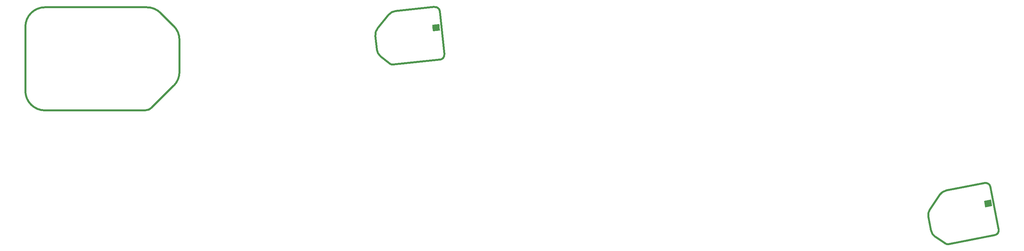
<source format=gbr>
*
G4_C Author: OrCAD GerbTool(tm) 8.1.1 Thu Jun 19 01:37:11 2003*
%LPD*%
%LNstiffbot*%
%FSLAX34Y34*%
%MOIN*%
%AD*%
%AMD26R98*
20,1,0.027000,0.000000,-0.036000,0.000000,0.036000,98.000000*
%
%AMD12R1*
20,1,0.027000,0.035650,0.005010,-0.035650,-0.005010,1.000000*
%
%AMD13R1*
20,1,0.027000,0.035560,0.005630,-0.035560,-0.005630,1.000000*
%
%AMD14R1*
20,1,0.027000,0.035460,0.006250,-0.035460,-0.006250,1.000000*
%
%AMD26R95*
20,1,0.027000,0.000000,-0.036000,0.000000,0.036000,95.000000*
%
%AMD16R1*
20,1,0.027000,0.035860,0.003140,-0.035860,-0.003140,1.000000*
%
%ADD10C,0.010000*%
%ADD11C,0.020000*%
%ADD12D26R98*%
%ADD13D12R1*%
%ADD14D13R1*%
%ADD15D14R1*%
%ADD16D26R95*%
%ADD17D16R1*%
%ADD26R,0.027000X0.072000*%
G4_C OrCAD GerbTool Tool List *
G54D11*
G1X12909Y30454D2*
G75*
G2X12203Y30161I-707J707D1*
G74*
G1X1985Y30162D2*
G75*
G2X-15Y32163I0J2000D1*
G74*
G1X-15Y38720D1*
G1X1985Y40720D2*
G75*
G3X-15Y38720I0J-2000D1*
G74*
G1X12203Y30162D2*
G1X1985Y30162D1*
G1X1985Y40720D2*
G1X12392Y40720D1*
G75*
G2X13806Y40134I0J-2000D1*
G74*
G1X15141Y38799D1*
G75*
G2X15727Y37385I-1414J-1414D1*
G74*
G1X15727Y34101D1*
G1X15141Y32688D2*
G1X12909Y30454D1*
G1X15727Y34101D2*
G75*
G2X15141Y32688I-1999J0D1*
G74*
G1X42322Y40305D2*
G75*
G3X41773Y40750I-497J-52D1*
G74*
G1X37184Y34961D2*
G75*
G3X37552Y34852I315J389D1*
G74*
G1X42339Y35355D1*
G1X42784Y35905D2*
G1X42322Y40305D1*
G1X42339Y35355D2*
G75*
G3X42784Y35905I-52J497D1*
G74*
G1X37184Y34961D2*
G1X36256Y35713D1*
G75*
G2X35891Y36386I629J777D1*
G74*
G1X35741Y37816D1*
G75*
G2X35959Y38550I995J105D1*
G74*
G1X37104Y39964D1*
G1X37776Y40330D2*
G1X41773Y40750D1*
G1X37104Y39964D2*
G75*
G2X37776Y40330I777J-629D1*
G74*
G54D17*
G1X41956Y38438D3*
G1X41935Y38635D3*
G1X41914Y38834D3*
G1X98566Y22325D2*
G75*
G54D11*
G3X97979Y22720I-491J-95D1*
G74*
G1X93913Y16554D2*
G75*
G3X94289Y16477I280J415D1*
G74*
G1X99014Y17396D1*
G1X99410Y17982D2*
G1X98566Y22325D1*
G1X99014Y17396D2*
G75*
G3X99410Y17982I-95J491D1*
G74*
G1X93913Y16554D2*
G1X92923Y17222D1*
G75*
G2X92501Y17861I559J829D1*
G74*
G1X92227Y19272D1*
G75*
G2X92379Y20022I982J191D1*
G74*
G1X93397Y21531D1*
G1X94035Y21954D2*
G1X97979Y22720D1*
G1X93397Y21531D2*
G75*
G2X94035Y21954I829J-559D1*
G74*
G54D15*
G1X98364Y20434D3*
G1X98326Y20628D3*
G1X98288Y20824D3*
M2*

</source>
